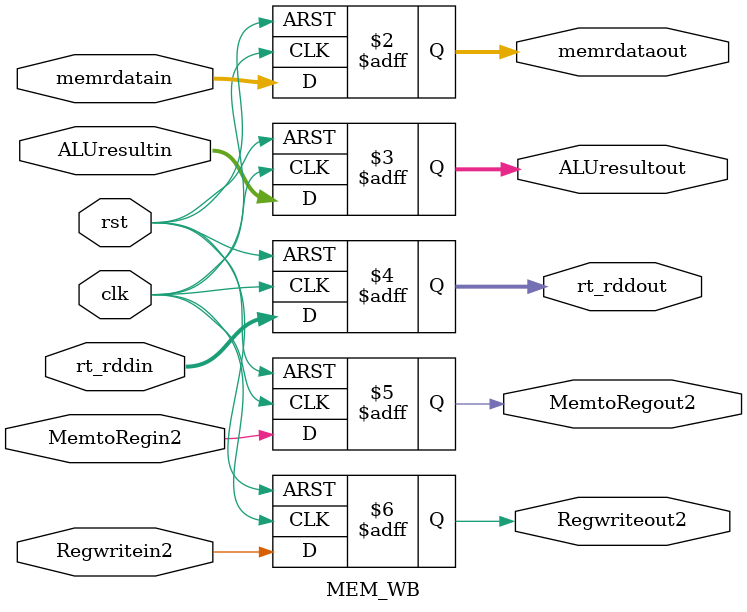
<source format=v>
module MEM_WB(input [31:0]memrdatain,input [31:0] ALUresultin,input[4:0] rt_rddin,
output reg[31:0]memrdataout,output reg [31:0] ALUresultout, 

   output reg[4:0] rt_rddout, input clk, input rst,input MemtoRegin2, 
Regwritein2,
output reg MemtoRegout2, 
Regwriteout2);


	 always @(posedge clk or posedge rst)
	 begin
	 if(rst)
	 begin
	memrdataout<=32'd0;
	ALUresultout<=32'd0; 

 rt_rddout<=5'd0;
 Regwriteout2<=1'd0;
MemtoRegout2<=1'd0; 

	 end
	  else begin
	 memrdataout<=memrdatain;
	 ALUresultout<=ALUresultin;
	 rt_rddout<=rt_rddin;



MemtoRegout2<= MemtoRegin2;
Regwriteout2<=Regwritein2;
	 end
	 
end

endmodule

</source>
